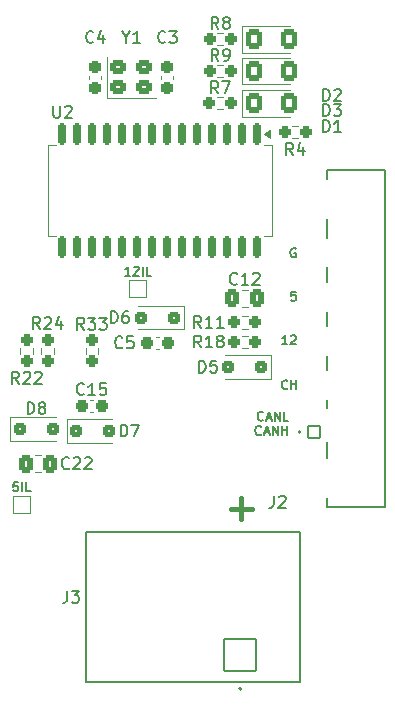
<source format=gto>
G04 #@! TF.GenerationSoftware,KiCad,Pcbnew,9.0.7*
G04 #@! TF.CreationDate,2026-01-28T01:05:41-05:00*
G04 #@! TF.ProjectId,rocket_power_board,726f636b-6574-45f7-906f-7765725f626f,rev?*
G04 #@! TF.SameCoordinates,Original*
G04 #@! TF.FileFunction,Legend,Top*
G04 #@! TF.FilePolarity,Positive*
%FSLAX46Y46*%
G04 Gerber Fmt 4.6, Leading zero omitted, Abs format (unit mm)*
G04 Created by KiCad (PCBNEW 9.0.7) date 2026-01-28 01:05:41*
%MOMM*%
%LPD*%
G01*
G04 APERTURE LIST*
G04 Aperture macros list*
%AMRoundRect*
0 Rectangle with rounded corners*
0 $1 Rounding radius*
0 $2 $3 $4 $5 $6 $7 $8 $9 X,Y pos of 4 corners*
0 Add a 4 corners polygon primitive as box body*
4,1,4,$2,$3,$4,$5,$6,$7,$8,$9,$2,$3,0*
0 Add four circle primitives for the rounded corners*
1,1,$1+$1,$2,$3*
1,1,$1+$1,$4,$5*
1,1,$1+$1,$6,$7*
1,1,$1+$1,$8,$9*
0 Add four rect primitives between the rounded corners*
20,1,$1+$1,$2,$3,$4,$5,0*
20,1,$1+$1,$4,$5,$6,$7,0*
20,1,$1+$1,$6,$7,$8,$9,0*
20,1,$1+$1,$8,$9,$2,$3,0*%
G04 Aperture macros list end*
%ADD10C,0.457200*%
%ADD11C,0.152400*%
%ADD12C,0.150000*%
%ADD13C,0.127000*%
%ADD14C,0.200000*%
%ADD15C,0.120000*%
%ADD16RoundRect,0.102000X1.371600X1.371600X-1.371600X1.371600X-1.371600X-1.371600X1.371600X-1.371600X0*%
%ADD17C,2.947200*%
%ADD18RoundRect,0.237500X-0.237500X0.250000X-0.237500X-0.250000X0.237500X-0.250000X0.237500X0.250000X0*%
%ADD19RoundRect,0.237500X-0.237500X0.300000X-0.237500X-0.300000X0.237500X-0.300000X0.237500X0.300000X0*%
%ADD20C,0.800000*%
%ADD21C,6.400000*%
%ADD22RoundRect,0.250000X-0.450000X-0.350000X0.450000X-0.350000X0.450000X0.350000X-0.450000X0.350000X0*%
%ADD23RoundRect,0.237500X0.237500X-0.300000X0.237500X0.300000X-0.237500X0.300000X-0.237500X-0.300000X0*%
%ADD24RoundRect,0.237500X0.250000X0.237500X-0.250000X0.237500X-0.250000X-0.237500X0.250000X-0.237500X0*%
%ADD25RoundRect,0.250000X0.300000X0.300000X-0.300000X0.300000X-0.300000X-0.300000X0.300000X-0.300000X0*%
%ADD26RoundRect,0.237500X0.300000X0.237500X-0.300000X0.237500X-0.300000X-0.237500X0.300000X-0.237500X0*%
%ADD27RoundRect,0.250000X-0.337500X-0.475000X0.337500X-0.475000X0.337500X0.475000X-0.337500X0.475000X0*%
%ADD28RoundRect,0.250001X-0.462499X-0.624999X0.462499X-0.624999X0.462499X0.624999X-0.462499X0.624999X0*%
%ADD29R,1.000000X1.000000*%
%ADD30RoundRect,0.250000X-0.300000X-0.300000X0.300000X-0.300000X0.300000X0.300000X-0.300000X0.300000X0*%
%ADD31RoundRect,0.237500X0.237500X-0.250000X0.237500X0.250000X-0.237500X0.250000X-0.237500X-0.250000X0*%
%ADD32RoundRect,0.150000X-0.150000X0.750000X-0.150000X-0.750000X0.150000X-0.750000X0.150000X0.750000X0*%
%ADD33C,2.550000*%
%ADD34RoundRect,0.102000X0.500000X-0.500000X0.500000X0.500000X-0.500000X0.500000X-0.500000X-0.500000X0*%
%ADD35C,1.204000*%
%ADD36C,2.379000*%
G04 APERTURE END LIST*
D10*
X219145074Y-89825605D02*
X220886789Y-89825605D01*
X220015931Y-90696462D02*
X220015931Y-88954747D01*
D11*
X223905480Y-75922590D02*
X223470051Y-75922590D01*
X223687766Y-75922590D02*
X223687766Y-75160590D01*
X223687766Y-75160590D02*
X223615194Y-75269447D01*
X223615194Y-75269447D02*
X223542623Y-75342019D01*
X223542623Y-75342019D02*
X223470051Y-75378305D01*
X224195765Y-75233162D02*
X224232051Y-75196876D01*
X224232051Y-75196876D02*
X224304623Y-75160590D01*
X224304623Y-75160590D02*
X224486051Y-75160590D01*
X224486051Y-75160590D02*
X224558623Y-75196876D01*
X224558623Y-75196876D02*
X224594908Y-75233162D01*
X224594908Y-75233162D02*
X224631194Y-75305733D01*
X224631194Y-75305733D02*
X224631194Y-75378305D01*
X224631194Y-75378305D02*
X224594908Y-75487162D01*
X224594908Y-75487162D02*
X224159480Y-75922590D01*
X224159480Y-75922590D02*
X224631194Y-75922590D01*
X224594908Y-67805476D02*
X224522337Y-67769190D01*
X224522337Y-67769190D02*
X224413479Y-67769190D01*
X224413479Y-67769190D02*
X224304622Y-67805476D01*
X224304622Y-67805476D02*
X224232051Y-67878047D01*
X224232051Y-67878047D02*
X224195765Y-67950619D01*
X224195765Y-67950619D02*
X224159479Y-68095762D01*
X224159479Y-68095762D02*
X224159479Y-68204619D01*
X224159479Y-68204619D02*
X224195765Y-68349762D01*
X224195765Y-68349762D02*
X224232051Y-68422333D01*
X224232051Y-68422333D02*
X224304622Y-68494905D01*
X224304622Y-68494905D02*
X224413479Y-68531190D01*
X224413479Y-68531190D02*
X224486051Y-68531190D01*
X224486051Y-68531190D02*
X224594908Y-68494905D01*
X224594908Y-68494905D02*
X224631194Y-68458619D01*
X224631194Y-68458619D02*
X224631194Y-68204619D01*
X224631194Y-68204619D02*
X224486051Y-68204619D01*
X223909108Y-79634619D02*
X223872822Y-79670905D01*
X223872822Y-79670905D02*
X223763965Y-79707190D01*
X223763965Y-79707190D02*
X223691393Y-79707190D01*
X223691393Y-79707190D02*
X223582536Y-79670905D01*
X223582536Y-79670905D02*
X223509965Y-79598333D01*
X223509965Y-79598333D02*
X223473679Y-79525762D01*
X223473679Y-79525762D02*
X223437393Y-79380619D01*
X223437393Y-79380619D02*
X223437393Y-79271762D01*
X223437393Y-79271762D02*
X223473679Y-79126619D01*
X223473679Y-79126619D02*
X223509965Y-79054047D01*
X223509965Y-79054047D02*
X223582536Y-78981476D01*
X223582536Y-78981476D02*
X223691393Y-78945190D01*
X223691393Y-78945190D02*
X223763965Y-78945190D01*
X223763965Y-78945190D02*
X223872822Y-78981476D01*
X223872822Y-78981476D02*
X223909108Y-79017762D01*
X224235679Y-79707190D02*
X224235679Y-78945190D01*
X224235679Y-79308047D02*
X224671108Y-79308047D01*
X224671108Y-79707190D02*
X224671108Y-78945190D01*
X224594908Y-71452190D02*
X224232051Y-71452190D01*
X224232051Y-71452190D02*
X224195765Y-71815047D01*
X224195765Y-71815047D02*
X224232051Y-71778762D01*
X224232051Y-71778762D02*
X224304623Y-71742476D01*
X224304623Y-71742476D02*
X224486051Y-71742476D01*
X224486051Y-71742476D02*
X224558623Y-71778762D01*
X224558623Y-71778762D02*
X224594908Y-71815047D01*
X224594908Y-71815047D02*
X224631194Y-71887619D01*
X224631194Y-71887619D02*
X224631194Y-72069047D01*
X224631194Y-72069047D02*
X224594908Y-72141619D01*
X224594908Y-72141619D02*
X224558623Y-72177905D01*
X224558623Y-72177905D02*
X224486051Y-72214190D01*
X224486051Y-72214190D02*
X224304623Y-72214190D01*
X224304623Y-72214190D02*
X224232051Y-72177905D01*
X224232051Y-72177905D02*
X224195765Y-72141619D01*
X221851708Y-82297831D02*
X221815422Y-82334117D01*
X221815422Y-82334117D02*
X221706565Y-82370402D01*
X221706565Y-82370402D02*
X221633993Y-82370402D01*
X221633993Y-82370402D02*
X221525136Y-82334117D01*
X221525136Y-82334117D02*
X221452565Y-82261545D01*
X221452565Y-82261545D02*
X221416279Y-82188974D01*
X221416279Y-82188974D02*
X221379993Y-82043831D01*
X221379993Y-82043831D02*
X221379993Y-81934974D01*
X221379993Y-81934974D02*
X221416279Y-81789831D01*
X221416279Y-81789831D02*
X221452565Y-81717259D01*
X221452565Y-81717259D02*
X221525136Y-81644688D01*
X221525136Y-81644688D02*
X221633993Y-81608402D01*
X221633993Y-81608402D02*
X221706565Y-81608402D01*
X221706565Y-81608402D02*
X221815422Y-81644688D01*
X221815422Y-81644688D02*
X221851708Y-81680974D01*
X222141993Y-82152688D02*
X222504851Y-82152688D01*
X222069422Y-82370402D02*
X222323422Y-81608402D01*
X222323422Y-81608402D02*
X222577422Y-82370402D01*
X222831422Y-82370402D02*
X222831422Y-81608402D01*
X222831422Y-81608402D02*
X223266851Y-82370402D01*
X223266851Y-82370402D02*
X223266851Y-81608402D01*
X223992565Y-82370402D02*
X223629708Y-82370402D01*
X223629708Y-82370402D02*
X223629708Y-81608402D01*
X221670279Y-83524608D02*
X221633993Y-83560894D01*
X221633993Y-83560894D02*
X221525136Y-83597179D01*
X221525136Y-83597179D02*
X221452564Y-83597179D01*
X221452564Y-83597179D02*
X221343707Y-83560894D01*
X221343707Y-83560894D02*
X221271136Y-83488322D01*
X221271136Y-83488322D02*
X221234850Y-83415751D01*
X221234850Y-83415751D02*
X221198564Y-83270608D01*
X221198564Y-83270608D02*
X221198564Y-83161751D01*
X221198564Y-83161751D02*
X221234850Y-83016608D01*
X221234850Y-83016608D02*
X221271136Y-82944036D01*
X221271136Y-82944036D02*
X221343707Y-82871465D01*
X221343707Y-82871465D02*
X221452564Y-82835179D01*
X221452564Y-82835179D02*
X221525136Y-82835179D01*
X221525136Y-82835179D02*
X221633993Y-82871465D01*
X221633993Y-82871465D02*
X221670279Y-82907751D01*
X221960564Y-83379465D02*
X222323422Y-83379465D01*
X221887993Y-83597179D02*
X222141993Y-82835179D01*
X222141993Y-82835179D02*
X222395993Y-83597179D01*
X222649993Y-83597179D02*
X222649993Y-82835179D01*
X222649993Y-82835179D02*
X223085422Y-83597179D01*
X223085422Y-83597179D02*
X223085422Y-82835179D01*
X223448279Y-83597179D02*
X223448279Y-82835179D01*
X223448279Y-83198036D02*
X223883708Y-83198036D01*
X223883708Y-83597179D02*
X223883708Y-82835179D01*
D12*
X205254266Y-96787619D02*
X205254266Y-97501904D01*
X205254266Y-97501904D02*
X205206647Y-97644761D01*
X205206647Y-97644761D02*
X205111409Y-97740000D01*
X205111409Y-97740000D02*
X204968552Y-97787619D01*
X204968552Y-97787619D02*
X204873314Y-97787619D01*
X205635219Y-96787619D02*
X206254266Y-96787619D01*
X206254266Y-96787619D02*
X205920933Y-97168571D01*
X205920933Y-97168571D02*
X206063790Y-97168571D01*
X206063790Y-97168571D02*
X206159028Y-97216190D01*
X206159028Y-97216190D02*
X206206647Y-97263809D01*
X206206647Y-97263809D02*
X206254266Y-97359047D01*
X206254266Y-97359047D02*
X206254266Y-97597142D01*
X206254266Y-97597142D02*
X206206647Y-97692380D01*
X206206647Y-97692380D02*
X206159028Y-97740000D01*
X206159028Y-97740000D02*
X206063790Y-97787619D01*
X206063790Y-97787619D02*
X205778076Y-97787619D01*
X205778076Y-97787619D02*
X205682838Y-97740000D01*
X205682838Y-97740000D02*
X205635219Y-97692380D01*
X202963542Y-74597419D02*
X202630209Y-74121228D01*
X202392114Y-74597419D02*
X202392114Y-73597419D01*
X202392114Y-73597419D02*
X202773066Y-73597419D01*
X202773066Y-73597419D02*
X202868304Y-73645038D01*
X202868304Y-73645038D02*
X202915923Y-73692657D01*
X202915923Y-73692657D02*
X202963542Y-73787895D01*
X202963542Y-73787895D02*
X202963542Y-73930752D01*
X202963542Y-73930752D02*
X202915923Y-74025990D01*
X202915923Y-74025990D02*
X202868304Y-74073609D01*
X202868304Y-74073609D02*
X202773066Y-74121228D01*
X202773066Y-74121228D02*
X202392114Y-74121228D01*
X203344495Y-73692657D02*
X203392114Y-73645038D01*
X203392114Y-73645038D02*
X203487352Y-73597419D01*
X203487352Y-73597419D02*
X203725447Y-73597419D01*
X203725447Y-73597419D02*
X203820685Y-73645038D01*
X203820685Y-73645038D02*
X203868304Y-73692657D01*
X203868304Y-73692657D02*
X203915923Y-73787895D01*
X203915923Y-73787895D02*
X203915923Y-73883133D01*
X203915923Y-73883133D02*
X203868304Y-74025990D01*
X203868304Y-74025990D02*
X203296876Y-74597419D01*
X203296876Y-74597419D02*
X203915923Y-74597419D01*
X204773066Y-73930752D02*
X204773066Y-74597419D01*
X204534971Y-73549800D02*
X204296876Y-74264085D01*
X204296876Y-74264085D02*
X204915923Y-74264085D01*
X207478333Y-50295980D02*
X207430714Y-50343600D01*
X207430714Y-50343600D02*
X207287857Y-50391219D01*
X207287857Y-50391219D02*
X207192619Y-50391219D01*
X207192619Y-50391219D02*
X207049762Y-50343600D01*
X207049762Y-50343600D02*
X206954524Y-50248361D01*
X206954524Y-50248361D02*
X206906905Y-50153123D01*
X206906905Y-50153123D02*
X206859286Y-49962647D01*
X206859286Y-49962647D02*
X206859286Y-49819790D01*
X206859286Y-49819790D02*
X206906905Y-49629314D01*
X206906905Y-49629314D02*
X206954524Y-49534076D01*
X206954524Y-49534076D02*
X207049762Y-49438838D01*
X207049762Y-49438838D02*
X207192619Y-49391219D01*
X207192619Y-49391219D02*
X207287857Y-49391219D01*
X207287857Y-49391219D02*
X207430714Y-49438838D01*
X207430714Y-49438838D02*
X207478333Y-49486457D01*
X208335476Y-49724552D02*
X208335476Y-50391219D01*
X208097381Y-49343600D02*
X207859286Y-50057885D01*
X207859286Y-50057885D02*
X208478333Y-50057885D01*
X210242209Y-49915028D02*
X210242209Y-50391219D01*
X209908876Y-49391219D02*
X210242209Y-49915028D01*
X210242209Y-49915028D02*
X210575542Y-49391219D01*
X211432685Y-50391219D02*
X210861257Y-50391219D01*
X211146971Y-50391219D02*
X211146971Y-49391219D01*
X211146971Y-49391219D02*
X211051733Y-49534076D01*
X211051733Y-49534076D02*
X210956495Y-49629314D01*
X210956495Y-49629314D02*
X210861257Y-49676933D01*
X213574333Y-50295980D02*
X213526714Y-50343600D01*
X213526714Y-50343600D02*
X213383857Y-50391219D01*
X213383857Y-50391219D02*
X213288619Y-50391219D01*
X213288619Y-50391219D02*
X213145762Y-50343600D01*
X213145762Y-50343600D02*
X213050524Y-50248361D01*
X213050524Y-50248361D02*
X213002905Y-50153123D01*
X213002905Y-50153123D02*
X212955286Y-49962647D01*
X212955286Y-49962647D02*
X212955286Y-49819790D01*
X212955286Y-49819790D02*
X213002905Y-49629314D01*
X213002905Y-49629314D02*
X213050524Y-49534076D01*
X213050524Y-49534076D02*
X213145762Y-49438838D01*
X213145762Y-49438838D02*
X213288619Y-49391219D01*
X213288619Y-49391219D02*
X213383857Y-49391219D01*
X213383857Y-49391219D02*
X213526714Y-49438838D01*
X213526714Y-49438838D02*
X213574333Y-49486457D01*
X213907667Y-49391219D02*
X214526714Y-49391219D01*
X214526714Y-49391219D02*
X214193381Y-49772171D01*
X214193381Y-49772171D02*
X214336238Y-49772171D01*
X214336238Y-49772171D02*
X214431476Y-49819790D01*
X214431476Y-49819790D02*
X214479095Y-49867409D01*
X214479095Y-49867409D02*
X214526714Y-49962647D01*
X214526714Y-49962647D02*
X214526714Y-50200742D01*
X214526714Y-50200742D02*
X214479095Y-50295980D01*
X214479095Y-50295980D02*
X214431476Y-50343600D01*
X214431476Y-50343600D02*
X214336238Y-50391219D01*
X214336238Y-50391219D02*
X214050524Y-50391219D01*
X214050524Y-50391219D02*
X213955286Y-50343600D01*
X213955286Y-50343600D02*
X213907667Y-50295980D01*
X216603342Y-76172219D02*
X216270009Y-75696028D01*
X216031914Y-76172219D02*
X216031914Y-75172219D01*
X216031914Y-75172219D02*
X216412866Y-75172219D01*
X216412866Y-75172219D02*
X216508104Y-75219838D01*
X216508104Y-75219838D02*
X216555723Y-75267457D01*
X216555723Y-75267457D02*
X216603342Y-75362695D01*
X216603342Y-75362695D02*
X216603342Y-75505552D01*
X216603342Y-75505552D02*
X216555723Y-75600790D01*
X216555723Y-75600790D02*
X216508104Y-75648409D01*
X216508104Y-75648409D02*
X216412866Y-75696028D01*
X216412866Y-75696028D02*
X216031914Y-75696028D01*
X217555723Y-76172219D02*
X216984295Y-76172219D01*
X217270009Y-76172219D02*
X217270009Y-75172219D01*
X217270009Y-75172219D02*
X217174771Y-75315076D01*
X217174771Y-75315076D02*
X217079533Y-75410314D01*
X217079533Y-75410314D02*
X216984295Y-75457933D01*
X218127152Y-75600790D02*
X218031914Y-75553171D01*
X218031914Y-75553171D02*
X217984295Y-75505552D01*
X217984295Y-75505552D02*
X217936676Y-75410314D01*
X217936676Y-75410314D02*
X217936676Y-75362695D01*
X217936676Y-75362695D02*
X217984295Y-75267457D01*
X217984295Y-75267457D02*
X218031914Y-75219838D01*
X218031914Y-75219838D02*
X218127152Y-75172219D01*
X218127152Y-75172219D02*
X218317628Y-75172219D01*
X218317628Y-75172219D02*
X218412866Y-75219838D01*
X218412866Y-75219838D02*
X218460485Y-75267457D01*
X218460485Y-75267457D02*
X218508104Y-75362695D01*
X218508104Y-75362695D02*
X218508104Y-75410314D01*
X218508104Y-75410314D02*
X218460485Y-75505552D01*
X218460485Y-75505552D02*
X218412866Y-75553171D01*
X218412866Y-75553171D02*
X218317628Y-75600790D01*
X218317628Y-75600790D02*
X218127152Y-75600790D01*
X218127152Y-75600790D02*
X218031914Y-75648409D01*
X218031914Y-75648409D02*
X217984295Y-75696028D01*
X217984295Y-75696028D02*
X217936676Y-75791266D01*
X217936676Y-75791266D02*
X217936676Y-75981742D01*
X217936676Y-75981742D02*
X217984295Y-76076980D01*
X217984295Y-76076980D02*
X218031914Y-76124600D01*
X218031914Y-76124600D02*
X218127152Y-76172219D01*
X218127152Y-76172219D02*
X218317628Y-76172219D01*
X218317628Y-76172219D02*
X218412866Y-76124600D01*
X218412866Y-76124600D02*
X218460485Y-76076980D01*
X218460485Y-76076980D02*
X218508104Y-75981742D01*
X218508104Y-75981742D02*
X218508104Y-75791266D01*
X218508104Y-75791266D02*
X218460485Y-75696028D01*
X218460485Y-75696028D02*
X218412866Y-75648409D01*
X218412866Y-75648409D02*
X218317628Y-75600790D01*
X208964305Y-74114819D02*
X208964305Y-73114819D01*
X208964305Y-73114819D02*
X209202400Y-73114819D01*
X209202400Y-73114819D02*
X209345257Y-73162438D01*
X209345257Y-73162438D02*
X209440495Y-73257676D01*
X209440495Y-73257676D02*
X209488114Y-73352914D01*
X209488114Y-73352914D02*
X209535733Y-73543390D01*
X209535733Y-73543390D02*
X209535733Y-73686247D01*
X209535733Y-73686247D02*
X209488114Y-73876723D01*
X209488114Y-73876723D02*
X209440495Y-73971961D01*
X209440495Y-73971961D02*
X209345257Y-74067200D01*
X209345257Y-74067200D02*
X209202400Y-74114819D01*
X209202400Y-74114819D02*
X208964305Y-74114819D01*
X210392876Y-73114819D02*
X210202400Y-73114819D01*
X210202400Y-73114819D02*
X210107162Y-73162438D01*
X210107162Y-73162438D02*
X210059543Y-73210057D01*
X210059543Y-73210057D02*
X209964305Y-73352914D01*
X209964305Y-73352914D02*
X209916686Y-73543390D01*
X209916686Y-73543390D02*
X209916686Y-73924342D01*
X209916686Y-73924342D02*
X209964305Y-74019580D01*
X209964305Y-74019580D02*
X210011924Y-74067200D01*
X210011924Y-74067200D02*
X210107162Y-74114819D01*
X210107162Y-74114819D02*
X210297638Y-74114819D01*
X210297638Y-74114819D02*
X210392876Y-74067200D01*
X210392876Y-74067200D02*
X210440495Y-74019580D01*
X210440495Y-74019580D02*
X210488114Y-73924342D01*
X210488114Y-73924342D02*
X210488114Y-73686247D01*
X210488114Y-73686247D02*
X210440495Y-73591009D01*
X210440495Y-73591009D02*
X210392876Y-73543390D01*
X210392876Y-73543390D02*
X210297638Y-73495771D01*
X210297638Y-73495771D02*
X210107162Y-73495771D01*
X210107162Y-73495771D02*
X210011924Y-73543390D01*
X210011924Y-73543390D02*
X209964305Y-73591009D01*
X209964305Y-73591009D02*
X209916686Y-73686247D01*
X206671942Y-80115580D02*
X206624323Y-80163200D01*
X206624323Y-80163200D02*
X206481466Y-80210819D01*
X206481466Y-80210819D02*
X206386228Y-80210819D01*
X206386228Y-80210819D02*
X206243371Y-80163200D01*
X206243371Y-80163200D02*
X206148133Y-80067961D01*
X206148133Y-80067961D02*
X206100514Y-79972723D01*
X206100514Y-79972723D02*
X206052895Y-79782247D01*
X206052895Y-79782247D02*
X206052895Y-79639390D01*
X206052895Y-79639390D02*
X206100514Y-79448914D01*
X206100514Y-79448914D02*
X206148133Y-79353676D01*
X206148133Y-79353676D02*
X206243371Y-79258438D01*
X206243371Y-79258438D02*
X206386228Y-79210819D01*
X206386228Y-79210819D02*
X206481466Y-79210819D01*
X206481466Y-79210819D02*
X206624323Y-79258438D01*
X206624323Y-79258438D02*
X206671942Y-79306057D01*
X207624323Y-80210819D02*
X207052895Y-80210819D01*
X207338609Y-80210819D02*
X207338609Y-79210819D01*
X207338609Y-79210819D02*
X207243371Y-79353676D01*
X207243371Y-79353676D02*
X207148133Y-79448914D01*
X207148133Y-79448914D02*
X207052895Y-79496533D01*
X208529085Y-79210819D02*
X208052895Y-79210819D01*
X208052895Y-79210819D02*
X208005276Y-79687009D01*
X208005276Y-79687009D02*
X208052895Y-79639390D01*
X208052895Y-79639390D02*
X208148133Y-79591771D01*
X208148133Y-79591771D02*
X208386228Y-79591771D01*
X208386228Y-79591771D02*
X208481466Y-79639390D01*
X208481466Y-79639390D02*
X208529085Y-79687009D01*
X208529085Y-79687009D02*
X208576704Y-79782247D01*
X208576704Y-79782247D02*
X208576704Y-80020342D01*
X208576704Y-80020342D02*
X208529085Y-80115580D01*
X208529085Y-80115580D02*
X208481466Y-80163200D01*
X208481466Y-80163200D02*
X208386228Y-80210819D01*
X208386228Y-80210819D02*
X208148133Y-80210819D01*
X208148133Y-80210819D02*
X208052895Y-80163200D01*
X208052895Y-80163200D02*
X208005276Y-80115580D01*
X219651342Y-70768380D02*
X219603723Y-70816000D01*
X219603723Y-70816000D02*
X219460866Y-70863619D01*
X219460866Y-70863619D02*
X219365628Y-70863619D01*
X219365628Y-70863619D02*
X219222771Y-70816000D01*
X219222771Y-70816000D02*
X219127533Y-70720761D01*
X219127533Y-70720761D02*
X219079914Y-70625523D01*
X219079914Y-70625523D02*
X219032295Y-70435047D01*
X219032295Y-70435047D02*
X219032295Y-70292190D01*
X219032295Y-70292190D02*
X219079914Y-70101714D01*
X219079914Y-70101714D02*
X219127533Y-70006476D01*
X219127533Y-70006476D02*
X219222771Y-69911238D01*
X219222771Y-69911238D02*
X219365628Y-69863619D01*
X219365628Y-69863619D02*
X219460866Y-69863619D01*
X219460866Y-69863619D02*
X219603723Y-69911238D01*
X219603723Y-69911238D02*
X219651342Y-69958857D01*
X220603723Y-70863619D02*
X220032295Y-70863619D01*
X220318009Y-70863619D02*
X220318009Y-69863619D01*
X220318009Y-69863619D02*
X220222771Y-70006476D01*
X220222771Y-70006476D02*
X220127533Y-70101714D01*
X220127533Y-70101714D02*
X220032295Y-70149333D01*
X220984676Y-69958857D02*
X221032295Y-69911238D01*
X221032295Y-69911238D02*
X221127533Y-69863619D01*
X221127533Y-69863619D02*
X221365628Y-69863619D01*
X221365628Y-69863619D02*
X221460866Y-69911238D01*
X221460866Y-69911238D02*
X221508485Y-69958857D01*
X221508485Y-69958857D02*
X221556104Y-70054095D01*
X221556104Y-70054095D02*
X221556104Y-70149333D01*
X221556104Y-70149333D02*
X221508485Y-70292190D01*
X221508485Y-70292190D02*
X220937057Y-70863619D01*
X220937057Y-70863619D02*
X221556104Y-70863619D01*
X226922105Y-55318819D02*
X226922105Y-54318819D01*
X226922105Y-54318819D02*
X227160200Y-54318819D01*
X227160200Y-54318819D02*
X227303057Y-54366438D01*
X227303057Y-54366438D02*
X227398295Y-54461676D01*
X227398295Y-54461676D02*
X227445914Y-54556914D01*
X227445914Y-54556914D02*
X227493533Y-54747390D01*
X227493533Y-54747390D02*
X227493533Y-54890247D01*
X227493533Y-54890247D02*
X227445914Y-55080723D01*
X227445914Y-55080723D02*
X227398295Y-55175961D01*
X227398295Y-55175961D02*
X227303057Y-55271200D01*
X227303057Y-55271200D02*
X227160200Y-55318819D01*
X227160200Y-55318819D02*
X226922105Y-55318819D01*
X227874486Y-54414057D02*
X227922105Y-54366438D01*
X227922105Y-54366438D02*
X228017343Y-54318819D01*
X228017343Y-54318819D02*
X228255438Y-54318819D01*
X228255438Y-54318819D02*
X228350676Y-54366438D01*
X228350676Y-54366438D02*
X228398295Y-54414057D01*
X228398295Y-54414057D02*
X228445914Y-54509295D01*
X228445914Y-54509295D02*
X228445914Y-54604533D01*
X228445914Y-54604533D02*
X228398295Y-54747390D01*
X228398295Y-54747390D02*
X227826867Y-55318819D01*
X227826867Y-55318819D02*
X228445914Y-55318819D01*
X201185542Y-79245619D02*
X200852209Y-78769428D01*
X200614114Y-79245619D02*
X200614114Y-78245619D01*
X200614114Y-78245619D02*
X200995066Y-78245619D01*
X200995066Y-78245619D02*
X201090304Y-78293238D01*
X201090304Y-78293238D02*
X201137923Y-78340857D01*
X201137923Y-78340857D02*
X201185542Y-78436095D01*
X201185542Y-78436095D02*
X201185542Y-78578952D01*
X201185542Y-78578952D02*
X201137923Y-78674190D01*
X201137923Y-78674190D02*
X201090304Y-78721809D01*
X201090304Y-78721809D02*
X200995066Y-78769428D01*
X200995066Y-78769428D02*
X200614114Y-78769428D01*
X201566495Y-78340857D02*
X201614114Y-78293238D01*
X201614114Y-78293238D02*
X201709352Y-78245619D01*
X201709352Y-78245619D02*
X201947447Y-78245619D01*
X201947447Y-78245619D02*
X202042685Y-78293238D01*
X202042685Y-78293238D02*
X202090304Y-78340857D01*
X202090304Y-78340857D02*
X202137923Y-78436095D01*
X202137923Y-78436095D02*
X202137923Y-78531333D01*
X202137923Y-78531333D02*
X202090304Y-78674190D01*
X202090304Y-78674190D02*
X201518876Y-79245619D01*
X201518876Y-79245619D02*
X202137923Y-79245619D01*
X202518876Y-78340857D02*
X202566495Y-78293238D01*
X202566495Y-78293238D02*
X202661733Y-78245619D01*
X202661733Y-78245619D02*
X202899828Y-78245619D01*
X202899828Y-78245619D02*
X202995066Y-78293238D01*
X202995066Y-78293238D02*
X203042685Y-78340857D01*
X203042685Y-78340857D02*
X203090304Y-78436095D01*
X203090304Y-78436095D02*
X203090304Y-78531333D01*
X203090304Y-78531333D02*
X203042685Y-78674190D01*
X203042685Y-78674190D02*
X202471257Y-79245619D01*
X202471257Y-79245619D02*
X203090304Y-79245619D01*
X209936133Y-76153180D02*
X209888514Y-76200800D01*
X209888514Y-76200800D02*
X209745657Y-76248419D01*
X209745657Y-76248419D02*
X209650419Y-76248419D01*
X209650419Y-76248419D02*
X209507562Y-76200800D01*
X209507562Y-76200800D02*
X209412324Y-76105561D01*
X209412324Y-76105561D02*
X209364705Y-76010323D01*
X209364705Y-76010323D02*
X209317086Y-75819847D01*
X209317086Y-75819847D02*
X209317086Y-75676990D01*
X209317086Y-75676990D02*
X209364705Y-75486514D01*
X209364705Y-75486514D02*
X209412324Y-75391276D01*
X209412324Y-75391276D02*
X209507562Y-75296038D01*
X209507562Y-75296038D02*
X209650419Y-75248419D01*
X209650419Y-75248419D02*
X209745657Y-75248419D01*
X209745657Y-75248419D02*
X209888514Y-75296038D01*
X209888514Y-75296038D02*
X209936133Y-75343657D01*
X210840895Y-75248419D02*
X210364705Y-75248419D01*
X210364705Y-75248419D02*
X210317086Y-75724609D01*
X210317086Y-75724609D02*
X210364705Y-75676990D01*
X210364705Y-75676990D02*
X210459943Y-75629371D01*
X210459943Y-75629371D02*
X210698038Y-75629371D01*
X210698038Y-75629371D02*
X210793276Y-75676990D01*
X210793276Y-75676990D02*
X210840895Y-75724609D01*
X210840895Y-75724609D02*
X210888514Y-75819847D01*
X210888514Y-75819847D02*
X210888514Y-76057942D01*
X210888514Y-76057942D02*
X210840895Y-76153180D01*
X210840895Y-76153180D02*
X210793276Y-76200800D01*
X210793276Y-76200800D02*
X210698038Y-76248419D01*
X210698038Y-76248419D02*
X210459943Y-76248419D01*
X210459943Y-76248419D02*
X210364705Y-76200800D01*
X210364705Y-76200800D02*
X210317086Y-76153180D01*
X218070133Y-49222819D02*
X217736800Y-48746628D01*
X217498705Y-49222819D02*
X217498705Y-48222819D01*
X217498705Y-48222819D02*
X217879657Y-48222819D01*
X217879657Y-48222819D02*
X217974895Y-48270438D01*
X217974895Y-48270438D02*
X218022514Y-48318057D01*
X218022514Y-48318057D02*
X218070133Y-48413295D01*
X218070133Y-48413295D02*
X218070133Y-48556152D01*
X218070133Y-48556152D02*
X218022514Y-48651390D01*
X218022514Y-48651390D02*
X217974895Y-48699009D01*
X217974895Y-48699009D02*
X217879657Y-48746628D01*
X217879657Y-48746628D02*
X217498705Y-48746628D01*
X218641562Y-48651390D02*
X218546324Y-48603771D01*
X218546324Y-48603771D02*
X218498705Y-48556152D01*
X218498705Y-48556152D02*
X218451086Y-48460914D01*
X218451086Y-48460914D02*
X218451086Y-48413295D01*
X218451086Y-48413295D02*
X218498705Y-48318057D01*
X218498705Y-48318057D02*
X218546324Y-48270438D01*
X218546324Y-48270438D02*
X218641562Y-48222819D01*
X218641562Y-48222819D02*
X218832038Y-48222819D01*
X218832038Y-48222819D02*
X218927276Y-48270438D01*
X218927276Y-48270438D02*
X218974895Y-48318057D01*
X218974895Y-48318057D02*
X219022514Y-48413295D01*
X219022514Y-48413295D02*
X219022514Y-48460914D01*
X219022514Y-48460914D02*
X218974895Y-48556152D01*
X218974895Y-48556152D02*
X218927276Y-48603771D01*
X218927276Y-48603771D02*
X218832038Y-48651390D01*
X218832038Y-48651390D02*
X218641562Y-48651390D01*
X218641562Y-48651390D02*
X218546324Y-48699009D01*
X218546324Y-48699009D02*
X218498705Y-48746628D01*
X218498705Y-48746628D02*
X218451086Y-48841866D01*
X218451086Y-48841866D02*
X218451086Y-49032342D01*
X218451086Y-49032342D02*
X218498705Y-49127580D01*
X218498705Y-49127580D02*
X218546324Y-49175200D01*
X218546324Y-49175200D02*
X218641562Y-49222819D01*
X218641562Y-49222819D02*
X218832038Y-49222819D01*
X218832038Y-49222819D02*
X218927276Y-49175200D01*
X218927276Y-49175200D02*
X218974895Y-49127580D01*
X218974895Y-49127580D02*
X219022514Y-49032342D01*
X219022514Y-49032342D02*
X219022514Y-48841866D01*
X219022514Y-48841866D02*
X218974895Y-48746628D01*
X218974895Y-48746628D02*
X218927276Y-48699009D01*
X218927276Y-48699009D02*
X218832038Y-48651390D01*
D11*
X201088171Y-87593390D02*
X200725314Y-87593390D01*
X200725314Y-87593390D02*
X200689028Y-87956247D01*
X200689028Y-87956247D02*
X200725314Y-87919962D01*
X200725314Y-87919962D02*
X200797886Y-87883676D01*
X200797886Y-87883676D02*
X200979314Y-87883676D01*
X200979314Y-87883676D02*
X201051886Y-87919962D01*
X201051886Y-87919962D02*
X201088171Y-87956247D01*
X201088171Y-87956247D02*
X201124457Y-88028819D01*
X201124457Y-88028819D02*
X201124457Y-88210247D01*
X201124457Y-88210247D02*
X201088171Y-88282819D01*
X201088171Y-88282819D02*
X201051886Y-88319105D01*
X201051886Y-88319105D02*
X200979314Y-88355390D01*
X200979314Y-88355390D02*
X200797886Y-88355390D01*
X200797886Y-88355390D02*
X200725314Y-88319105D01*
X200725314Y-88319105D02*
X200689028Y-88282819D01*
X201451028Y-88355390D02*
X201451028Y-87593390D01*
X202176742Y-88355390D02*
X201813885Y-88355390D01*
X201813885Y-88355390D02*
X201813885Y-87593390D01*
D12*
X216406505Y-78305819D02*
X216406505Y-77305819D01*
X216406505Y-77305819D02*
X216644600Y-77305819D01*
X216644600Y-77305819D02*
X216787457Y-77353438D01*
X216787457Y-77353438D02*
X216882695Y-77448676D01*
X216882695Y-77448676D02*
X216930314Y-77543914D01*
X216930314Y-77543914D02*
X216977933Y-77734390D01*
X216977933Y-77734390D02*
X216977933Y-77877247D01*
X216977933Y-77877247D02*
X216930314Y-78067723D01*
X216930314Y-78067723D02*
X216882695Y-78162961D01*
X216882695Y-78162961D02*
X216787457Y-78258200D01*
X216787457Y-78258200D02*
X216644600Y-78305819D01*
X216644600Y-78305819D02*
X216406505Y-78305819D01*
X217882695Y-77305819D02*
X217406505Y-77305819D01*
X217406505Y-77305819D02*
X217358886Y-77782009D01*
X217358886Y-77782009D02*
X217406505Y-77734390D01*
X217406505Y-77734390D02*
X217501743Y-77686771D01*
X217501743Y-77686771D02*
X217739838Y-77686771D01*
X217739838Y-77686771D02*
X217835076Y-77734390D01*
X217835076Y-77734390D02*
X217882695Y-77782009D01*
X217882695Y-77782009D02*
X217930314Y-77877247D01*
X217930314Y-77877247D02*
X217930314Y-78115342D01*
X217930314Y-78115342D02*
X217882695Y-78210580D01*
X217882695Y-78210580D02*
X217835076Y-78258200D01*
X217835076Y-78258200D02*
X217739838Y-78305819D01*
X217739838Y-78305819D02*
X217501743Y-78305819D01*
X217501743Y-78305819D02*
X217406505Y-78258200D01*
X217406505Y-78258200D02*
X217358886Y-78210580D01*
X216603342Y-74521219D02*
X216270009Y-74045028D01*
X216031914Y-74521219D02*
X216031914Y-73521219D01*
X216031914Y-73521219D02*
X216412866Y-73521219D01*
X216412866Y-73521219D02*
X216508104Y-73568838D01*
X216508104Y-73568838D02*
X216555723Y-73616457D01*
X216555723Y-73616457D02*
X216603342Y-73711695D01*
X216603342Y-73711695D02*
X216603342Y-73854552D01*
X216603342Y-73854552D02*
X216555723Y-73949790D01*
X216555723Y-73949790D02*
X216508104Y-73997409D01*
X216508104Y-73997409D02*
X216412866Y-74045028D01*
X216412866Y-74045028D02*
X216031914Y-74045028D01*
X217555723Y-74521219D02*
X216984295Y-74521219D01*
X217270009Y-74521219D02*
X217270009Y-73521219D01*
X217270009Y-73521219D02*
X217174771Y-73664076D01*
X217174771Y-73664076D02*
X217079533Y-73759314D01*
X217079533Y-73759314D02*
X216984295Y-73806933D01*
X218508104Y-74521219D02*
X217936676Y-74521219D01*
X218222390Y-74521219D02*
X218222390Y-73521219D01*
X218222390Y-73521219D02*
X218127152Y-73664076D01*
X218127152Y-73664076D02*
X218031914Y-73759314D01*
X218031914Y-73759314D02*
X217936676Y-73806933D01*
X201903105Y-81811019D02*
X201903105Y-80811019D01*
X201903105Y-80811019D02*
X202141200Y-80811019D01*
X202141200Y-80811019D02*
X202284057Y-80858638D01*
X202284057Y-80858638D02*
X202379295Y-80953876D01*
X202379295Y-80953876D02*
X202426914Y-81049114D01*
X202426914Y-81049114D02*
X202474533Y-81239590D01*
X202474533Y-81239590D02*
X202474533Y-81382447D01*
X202474533Y-81382447D02*
X202426914Y-81572923D01*
X202426914Y-81572923D02*
X202379295Y-81668161D01*
X202379295Y-81668161D02*
X202284057Y-81763400D01*
X202284057Y-81763400D02*
X202141200Y-81811019D01*
X202141200Y-81811019D02*
X201903105Y-81811019D01*
X203045962Y-81239590D02*
X202950724Y-81191971D01*
X202950724Y-81191971D02*
X202903105Y-81144352D01*
X202903105Y-81144352D02*
X202855486Y-81049114D01*
X202855486Y-81049114D02*
X202855486Y-81001495D01*
X202855486Y-81001495D02*
X202903105Y-80906257D01*
X202903105Y-80906257D02*
X202950724Y-80858638D01*
X202950724Y-80858638D02*
X203045962Y-80811019D01*
X203045962Y-80811019D02*
X203236438Y-80811019D01*
X203236438Y-80811019D02*
X203331676Y-80858638D01*
X203331676Y-80858638D02*
X203379295Y-80906257D01*
X203379295Y-80906257D02*
X203426914Y-81001495D01*
X203426914Y-81001495D02*
X203426914Y-81049114D01*
X203426914Y-81049114D02*
X203379295Y-81144352D01*
X203379295Y-81144352D02*
X203331676Y-81191971D01*
X203331676Y-81191971D02*
X203236438Y-81239590D01*
X203236438Y-81239590D02*
X203045962Y-81239590D01*
X203045962Y-81239590D02*
X202950724Y-81287209D01*
X202950724Y-81287209D02*
X202903105Y-81334828D01*
X202903105Y-81334828D02*
X202855486Y-81430066D01*
X202855486Y-81430066D02*
X202855486Y-81620542D01*
X202855486Y-81620542D02*
X202903105Y-81715780D01*
X202903105Y-81715780D02*
X202950724Y-81763400D01*
X202950724Y-81763400D02*
X203045962Y-81811019D01*
X203045962Y-81811019D02*
X203236438Y-81811019D01*
X203236438Y-81811019D02*
X203331676Y-81763400D01*
X203331676Y-81763400D02*
X203379295Y-81715780D01*
X203379295Y-81715780D02*
X203426914Y-81620542D01*
X203426914Y-81620542D02*
X203426914Y-81430066D01*
X203426914Y-81430066D02*
X203379295Y-81334828D01*
X203379295Y-81334828D02*
X203331676Y-81287209D01*
X203331676Y-81287209D02*
X203236438Y-81239590D01*
X206697342Y-74673619D02*
X206364009Y-74197428D01*
X206125914Y-74673619D02*
X206125914Y-73673619D01*
X206125914Y-73673619D02*
X206506866Y-73673619D01*
X206506866Y-73673619D02*
X206602104Y-73721238D01*
X206602104Y-73721238D02*
X206649723Y-73768857D01*
X206649723Y-73768857D02*
X206697342Y-73864095D01*
X206697342Y-73864095D02*
X206697342Y-74006952D01*
X206697342Y-74006952D02*
X206649723Y-74102190D01*
X206649723Y-74102190D02*
X206602104Y-74149809D01*
X206602104Y-74149809D02*
X206506866Y-74197428D01*
X206506866Y-74197428D02*
X206125914Y-74197428D01*
X207030676Y-73673619D02*
X207649723Y-73673619D01*
X207649723Y-73673619D02*
X207316390Y-74054571D01*
X207316390Y-74054571D02*
X207459247Y-74054571D01*
X207459247Y-74054571D02*
X207554485Y-74102190D01*
X207554485Y-74102190D02*
X207602104Y-74149809D01*
X207602104Y-74149809D02*
X207649723Y-74245047D01*
X207649723Y-74245047D02*
X207649723Y-74483142D01*
X207649723Y-74483142D02*
X207602104Y-74578380D01*
X207602104Y-74578380D02*
X207554485Y-74626000D01*
X207554485Y-74626000D02*
X207459247Y-74673619D01*
X207459247Y-74673619D02*
X207173533Y-74673619D01*
X207173533Y-74673619D02*
X207078295Y-74626000D01*
X207078295Y-74626000D02*
X207030676Y-74578380D01*
X207983057Y-73673619D02*
X208602104Y-73673619D01*
X208602104Y-73673619D02*
X208268771Y-74054571D01*
X208268771Y-74054571D02*
X208411628Y-74054571D01*
X208411628Y-74054571D02*
X208506866Y-74102190D01*
X208506866Y-74102190D02*
X208554485Y-74149809D01*
X208554485Y-74149809D02*
X208602104Y-74245047D01*
X208602104Y-74245047D02*
X208602104Y-74483142D01*
X208602104Y-74483142D02*
X208554485Y-74578380D01*
X208554485Y-74578380D02*
X208506866Y-74626000D01*
X208506866Y-74626000D02*
X208411628Y-74673619D01*
X208411628Y-74673619D02*
X208125914Y-74673619D01*
X208125914Y-74673619D02*
X208030676Y-74626000D01*
X208030676Y-74626000D02*
X207983057Y-74578380D01*
X204089095Y-55715819D02*
X204089095Y-56525342D01*
X204089095Y-56525342D02*
X204136714Y-56620580D01*
X204136714Y-56620580D02*
X204184333Y-56668200D01*
X204184333Y-56668200D02*
X204279571Y-56715819D01*
X204279571Y-56715819D02*
X204470047Y-56715819D01*
X204470047Y-56715819D02*
X204565285Y-56668200D01*
X204565285Y-56668200D02*
X204612904Y-56620580D01*
X204612904Y-56620580D02*
X204660523Y-56525342D01*
X204660523Y-56525342D02*
X204660523Y-55715819D01*
X205089095Y-55811057D02*
X205136714Y-55763438D01*
X205136714Y-55763438D02*
X205231952Y-55715819D01*
X205231952Y-55715819D02*
X205470047Y-55715819D01*
X205470047Y-55715819D02*
X205565285Y-55763438D01*
X205565285Y-55763438D02*
X205612904Y-55811057D01*
X205612904Y-55811057D02*
X205660523Y-55906295D01*
X205660523Y-55906295D02*
X205660523Y-56001533D01*
X205660523Y-56001533D02*
X205612904Y-56144390D01*
X205612904Y-56144390D02*
X205041476Y-56715819D01*
X205041476Y-56715819D02*
X205660523Y-56715819D01*
X226922105Y-56588819D02*
X226922105Y-55588819D01*
X226922105Y-55588819D02*
X227160200Y-55588819D01*
X227160200Y-55588819D02*
X227303057Y-55636438D01*
X227303057Y-55636438D02*
X227398295Y-55731676D01*
X227398295Y-55731676D02*
X227445914Y-55826914D01*
X227445914Y-55826914D02*
X227493533Y-56017390D01*
X227493533Y-56017390D02*
X227493533Y-56160247D01*
X227493533Y-56160247D02*
X227445914Y-56350723D01*
X227445914Y-56350723D02*
X227398295Y-56445961D01*
X227398295Y-56445961D02*
X227303057Y-56541200D01*
X227303057Y-56541200D02*
X227160200Y-56588819D01*
X227160200Y-56588819D02*
X226922105Y-56588819D01*
X227826867Y-55588819D02*
X228445914Y-55588819D01*
X228445914Y-55588819D02*
X228112581Y-55969771D01*
X228112581Y-55969771D02*
X228255438Y-55969771D01*
X228255438Y-55969771D02*
X228350676Y-56017390D01*
X228350676Y-56017390D02*
X228398295Y-56065009D01*
X228398295Y-56065009D02*
X228445914Y-56160247D01*
X228445914Y-56160247D02*
X228445914Y-56398342D01*
X228445914Y-56398342D02*
X228398295Y-56493580D01*
X228398295Y-56493580D02*
X228350676Y-56541200D01*
X228350676Y-56541200D02*
X228255438Y-56588819D01*
X228255438Y-56588819D02*
X227969724Y-56588819D01*
X227969724Y-56588819D02*
X227874486Y-56541200D01*
X227874486Y-56541200D02*
X227826867Y-56493580D01*
X218044733Y-54658419D02*
X217711400Y-54182228D01*
X217473305Y-54658419D02*
X217473305Y-53658419D01*
X217473305Y-53658419D02*
X217854257Y-53658419D01*
X217854257Y-53658419D02*
X217949495Y-53706038D01*
X217949495Y-53706038D02*
X217997114Y-53753657D01*
X217997114Y-53753657D02*
X218044733Y-53848895D01*
X218044733Y-53848895D02*
X218044733Y-53991752D01*
X218044733Y-53991752D02*
X217997114Y-54086990D01*
X217997114Y-54086990D02*
X217949495Y-54134609D01*
X217949495Y-54134609D02*
X217854257Y-54182228D01*
X217854257Y-54182228D02*
X217473305Y-54182228D01*
X218378067Y-53658419D02*
X219044733Y-53658419D01*
X219044733Y-53658419D02*
X218616162Y-54658419D01*
X209777105Y-83716019D02*
X209777105Y-82716019D01*
X209777105Y-82716019D02*
X210015200Y-82716019D01*
X210015200Y-82716019D02*
X210158057Y-82763638D01*
X210158057Y-82763638D02*
X210253295Y-82858876D01*
X210253295Y-82858876D02*
X210300914Y-82954114D01*
X210300914Y-82954114D02*
X210348533Y-83144590D01*
X210348533Y-83144590D02*
X210348533Y-83287447D01*
X210348533Y-83287447D02*
X210300914Y-83477923D01*
X210300914Y-83477923D02*
X210253295Y-83573161D01*
X210253295Y-83573161D02*
X210158057Y-83668400D01*
X210158057Y-83668400D02*
X210015200Y-83716019D01*
X210015200Y-83716019D02*
X209777105Y-83716019D01*
X210681867Y-82716019D02*
X211348533Y-82716019D01*
X211348533Y-82716019D02*
X210919962Y-83716019D01*
D11*
X210591400Y-70092790D02*
X210155971Y-70092790D01*
X210373686Y-70092790D02*
X210373686Y-69330790D01*
X210373686Y-69330790D02*
X210301114Y-69439647D01*
X210301114Y-69439647D02*
X210228543Y-69512219D01*
X210228543Y-69512219D02*
X210155971Y-69548505D01*
X210881685Y-69403362D02*
X210917971Y-69367076D01*
X210917971Y-69367076D02*
X210990543Y-69330790D01*
X210990543Y-69330790D02*
X211171971Y-69330790D01*
X211171971Y-69330790D02*
X211244543Y-69367076D01*
X211244543Y-69367076D02*
X211280828Y-69403362D01*
X211280828Y-69403362D02*
X211317114Y-69475933D01*
X211317114Y-69475933D02*
X211317114Y-69548505D01*
X211317114Y-69548505D02*
X211280828Y-69657362D01*
X211280828Y-69657362D02*
X210845400Y-70092790D01*
X210845400Y-70092790D02*
X211317114Y-70092790D01*
X211643685Y-70092790D02*
X211643685Y-69330790D01*
X212369399Y-70092790D02*
X212006542Y-70092790D01*
X212006542Y-70092790D02*
X212006542Y-69330790D01*
D12*
X218070133Y-51915219D02*
X217736800Y-51439028D01*
X217498705Y-51915219D02*
X217498705Y-50915219D01*
X217498705Y-50915219D02*
X217879657Y-50915219D01*
X217879657Y-50915219D02*
X217974895Y-50962838D01*
X217974895Y-50962838D02*
X218022514Y-51010457D01*
X218022514Y-51010457D02*
X218070133Y-51105695D01*
X218070133Y-51105695D02*
X218070133Y-51248552D01*
X218070133Y-51248552D02*
X218022514Y-51343790D01*
X218022514Y-51343790D02*
X217974895Y-51391409D01*
X217974895Y-51391409D02*
X217879657Y-51439028D01*
X217879657Y-51439028D02*
X217498705Y-51439028D01*
X218546324Y-51915219D02*
X218736800Y-51915219D01*
X218736800Y-51915219D02*
X218832038Y-51867600D01*
X218832038Y-51867600D02*
X218879657Y-51819980D01*
X218879657Y-51819980D02*
X218974895Y-51677123D01*
X218974895Y-51677123D02*
X219022514Y-51486647D01*
X219022514Y-51486647D02*
X219022514Y-51105695D01*
X219022514Y-51105695D02*
X218974895Y-51010457D01*
X218974895Y-51010457D02*
X218927276Y-50962838D01*
X218927276Y-50962838D02*
X218832038Y-50915219D01*
X218832038Y-50915219D02*
X218641562Y-50915219D01*
X218641562Y-50915219D02*
X218546324Y-50962838D01*
X218546324Y-50962838D02*
X218498705Y-51010457D01*
X218498705Y-51010457D02*
X218451086Y-51105695D01*
X218451086Y-51105695D02*
X218451086Y-51343790D01*
X218451086Y-51343790D02*
X218498705Y-51439028D01*
X218498705Y-51439028D02*
X218546324Y-51486647D01*
X218546324Y-51486647D02*
X218641562Y-51534266D01*
X218641562Y-51534266D02*
X218832038Y-51534266D01*
X218832038Y-51534266D02*
X218927276Y-51486647D01*
X218927276Y-51486647D02*
X218974895Y-51439028D01*
X218974895Y-51439028D02*
X219022514Y-51343790D01*
X222765266Y-88748819D02*
X222765266Y-89463104D01*
X222765266Y-89463104D02*
X222717647Y-89605961D01*
X222717647Y-89605961D02*
X222622409Y-89701200D01*
X222622409Y-89701200D02*
X222479552Y-89748819D01*
X222479552Y-89748819D02*
X222384314Y-89748819D01*
X223193838Y-88844057D02*
X223241457Y-88796438D01*
X223241457Y-88796438D02*
X223336695Y-88748819D01*
X223336695Y-88748819D02*
X223574790Y-88748819D01*
X223574790Y-88748819D02*
X223670028Y-88796438D01*
X223670028Y-88796438D02*
X223717647Y-88844057D01*
X223717647Y-88844057D02*
X223765266Y-88939295D01*
X223765266Y-88939295D02*
X223765266Y-89034533D01*
X223765266Y-89034533D02*
X223717647Y-89177390D01*
X223717647Y-89177390D02*
X223146219Y-89748819D01*
X223146219Y-89748819D02*
X223765266Y-89748819D01*
X205427342Y-86389380D02*
X205379723Y-86437000D01*
X205379723Y-86437000D02*
X205236866Y-86484619D01*
X205236866Y-86484619D02*
X205141628Y-86484619D01*
X205141628Y-86484619D02*
X204998771Y-86437000D01*
X204998771Y-86437000D02*
X204903533Y-86341761D01*
X204903533Y-86341761D02*
X204855914Y-86246523D01*
X204855914Y-86246523D02*
X204808295Y-86056047D01*
X204808295Y-86056047D02*
X204808295Y-85913190D01*
X204808295Y-85913190D02*
X204855914Y-85722714D01*
X204855914Y-85722714D02*
X204903533Y-85627476D01*
X204903533Y-85627476D02*
X204998771Y-85532238D01*
X204998771Y-85532238D02*
X205141628Y-85484619D01*
X205141628Y-85484619D02*
X205236866Y-85484619D01*
X205236866Y-85484619D02*
X205379723Y-85532238D01*
X205379723Y-85532238D02*
X205427342Y-85579857D01*
X205808295Y-85579857D02*
X205855914Y-85532238D01*
X205855914Y-85532238D02*
X205951152Y-85484619D01*
X205951152Y-85484619D02*
X206189247Y-85484619D01*
X206189247Y-85484619D02*
X206284485Y-85532238D01*
X206284485Y-85532238D02*
X206332104Y-85579857D01*
X206332104Y-85579857D02*
X206379723Y-85675095D01*
X206379723Y-85675095D02*
X206379723Y-85770333D01*
X206379723Y-85770333D02*
X206332104Y-85913190D01*
X206332104Y-85913190D02*
X205760676Y-86484619D01*
X205760676Y-86484619D02*
X206379723Y-86484619D01*
X206760676Y-85579857D02*
X206808295Y-85532238D01*
X206808295Y-85532238D02*
X206903533Y-85484619D01*
X206903533Y-85484619D02*
X207141628Y-85484619D01*
X207141628Y-85484619D02*
X207236866Y-85532238D01*
X207236866Y-85532238D02*
X207284485Y-85579857D01*
X207284485Y-85579857D02*
X207332104Y-85675095D01*
X207332104Y-85675095D02*
X207332104Y-85770333D01*
X207332104Y-85770333D02*
X207284485Y-85913190D01*
X207284485Y-85913190D02*
X206713057Y-86484619D01*
X206713057Y-86484619D02*
X207332104Y-86484619D01*
X226922105Y-57935019D02*
X226922105Y-56935019D01*
X226922105Y-56935019D02*
X227160200Y-56935019D01*
X227160200Y-56935019D02*
X227303057Y-56982638D01*
X227303057Y-56982638D02*
X227398295Y-57077876D01*
X227398295Y-57077876D02*
X227445914Y-57173114D01*
X227445914Y-57173114D02*
X227493533Y-57363590D01*
X227493533Y-57363590D02*
X227493533Y-57506447D01*
X227493533Y-57506447D02*
X227445914Y-57696923D01*
X227445914Y-57696923D02*
X227398295Y-57792161D01*
X227398295Y-57792161D02*
X227303057Y-57887400D01*
X227303057Y-57887400D02*
X227160200Y-57935019D01*
X227160200Y-57935019D02*
X226922105Y-57935019D01*
X228445914Y-57935019D02*
X227874486Y-57935019D01*
X228160200Y-57935019D02*
X228160200Y-56935019D01*
X228160200Y-56935019D02*
X228064962Y-57077876D01*
X228064962Y-57077876D02*
X227969724Y-57173114D01*
X227969724Y-57173114D02*
X227874486Y-57220733D01*
X224394733Y-59865419D02*
X224061400Y-59389228D01*
X223823305Y-59865419D02*
X223823305Y-58865419D01*
X223823305Y-58865419D02*
X224204257Y-58865419D01*
X224204257Y-58865419D02*
X224299495Y-58913038D01*
X224299495Y-58913038D02*
X224347114Y-58960657D01*
X224347114Y-58960657D02*
X224394733Y-59055895D01*
X224394733Y-59055895D02*
X224394733Y-59198752D01*
X224394733Y-59198752D02*
X224347114Y-59293990D01*
X224347114Y-59293990D02*
X224299495Y-59341609D01*
X224299495Y-59341609D02*
X224204257Y-59389228D01*
X224204257Y-59389228D02*
X223823305Y-59389228D01*
X225251876Y-59198752D02*
X225251876Y-59865419D01*
X225013781Y-58817800D02*
X224775686Y-59532085D01*
X224775686Y-59532085D02*
X225394733Y-59532085D01*
D13*
G04 #@! TO.C,J3*
X206819500Y-91773899D02*
X224980499Y-91773899D01*
X206819500Y-104473899D02*
X206819500Y-91773899D01*
X224980499Y-91773899D02*
X224980500Y-104473900D01*
X224980500Y-104473900D02*
X206819500Y-104473899D01*
D14*
X220000500Y-105077900D02*
G75*
G02*
X219800500Y-105077900I-100000J0D01*
G01*
X219800500Y-105077900D02*
G75*
G02*
X220000500Y-105077900I100000J0D01*
G01*
D15*
G04 #@! TO.C,R24*
X203083900Y-76199276D02*
X203083900Y-76708724D01*
X204128900Y-76199276D02*
X204128900Y-76708724D01*
G04 #@! TO.C,C4*
X207135000Y-53168333D02*
X207135000Y-53460867D01*
X208155000Y-53168333D02*
X208155000Y-53460867D01*
G04 #@! TO.C,Y1*
X208633000Y-51604599D02*
X208633000Y-55024601D01*
X208633000Y-55024601D02*
X212753000Y-55024601D01*
G04 #@! TO.C,C3*
X213231000Y-53460867D02*
X213231000Y-53168333D01*
X214251000Y-53460867D02*
X214251000Y-53168333D01*
G04 #@! TO.C,R18*
X220548924Y-75194900D02*
X220039476Y-75194900D01*
X220548924Y-76239900D02*
X220039476Y-76239900D01*
G04 #@! TO.C,D6*
X215112800Y-72660000D02*
X211252800Y-72660000D01*
X215112800Y-74660000D02*
X211252800Y-74660000D01*
X215112800Y-74660000D02*
X215112800Y-72660000D01*
G04 #@! TO.C,C15*
X207486467Y-80617600D02*
X207193933Y-80617600D01*
X207486467Y-81637600D02*
X207193933Y-81637600D01*
G04 #@! TO.C,C12*
X220032948Y-71274000D02*
X220555452Y-71274000D01*
X220032948Y-72744000D02*
X220555452Y-72744000D01*
G04 #@! TO.C,D2*
X220069400Y-48953800D02*
X220069400Y-51223800D01*
X220069400Y-51223800D02*
X224129400Y-51223800D01*
X224129400Y-48953800D02*
X220069400Y-48953800D01*
G04 #@! TO.C,R22*
X201305900Y-76199276D02*
X201305900Y-76708724D01*
X202350900Y-76199276D02*
X202350900Y-76708724D01*
G04 #@! TO.C,C5*
X213049067Y-75283600D02*
X212756533Y-75283600D01*
X213049067Y-76303600D02*
X212756533Y-76303600D01*
G04 #@! TO.C,R8*
X218491524Y-49540900D02*
X217982076Y-49540900D01*
X218491524Y-50585900D02*
X217982076Y-50585900D01*
G04 #@! TO.C,5IL*
X200696600Y-88758800D02*
X202096600Y-88758800D01*
X200696600Y-90158800D02*
X200696600Y-88758800D01*
X202096600Y-88758800D02*
X202096600Y-90158800D01*
X202096600Y-90158800D02*
X200696600Y-90158800D01*
G04 #@! TO.C,D5*
X222504200Y-76851000D02*
X218644200Y-76851000D01*
X222504200Y-78851000D02*
X218644200Y-78851000D01*
X222504200Y-78851000D02*
X222504200Y-76851000D01*
G04 #@! TO.C,R11*
X220548924Y-73543900D02*
X220039476Y-73543900D01*
X220548924Y-74588900D02*
X220039476Y-74588900D01*
G04 #@! TO.C,D8*
X200431200Y-82108800D02*
X200431200Y-84108800D01*
X200431200Y-82108800D02*
X204291200Y-82108800D01*
X200431200Y-84108800D02*
X204291200Y-84108800D01*
G04 #@! TO.C,R33*
X206817700Y-76708724D02*
X206817700Y-76199276D01*
X207862700Y-76708724D02*
X207862700Y-76199276D01*
G04 #@! TO.C,U2*
X203646000Y-59030400D02*
X204291000Y-59030400D01*
X203646000Y-66750400D02*
X203646000Y-59030400D01*
X204291000Y-66750400D02*
X203646000Y-66750400D01*
X221921000Y-59030400D02*
X222566000Y-59030400D01*
X222566000Y-59030400D02*
X222566000Y-66750400D01*
X222566000Y-66750400D02*
X221921000Y-66750400D01*
X222396000Y-58420400D02*
X221926000Y-58080400D01*
X222396000Y-57740400D01*
X222396000Y-58420400D01*
G36*
X222396000Y-58420400D02*
G01*
X221926000Y-58080400D01*
X222396000Y-57740400D01*
X222396000Y-58420400D01*
G37*
G04 #@! TO.C,D3*
X220069400Y-51646200D02*
X220069400Y-53916200D01*
X220069400Y-53916200D02*
X224129400Y-53916200D01*
X224129400Y-51646200D02*
X220069400Y-51646200D01*
G04 #@! TO.C,R7*
X218466124Y-54976500D02*
X217956676Y-54976500D01*
X218466124Y-56021500D02*
X217956676Y-56021500D01*
G04 #@! TO.C,D7*
X205206400Y-82261200D02*
X205206400Y-84261200D01*
X205206400Y-82261200D02*
X209066400Y-82261200D01*
X205206400Y-84261200D02*
X209066400Y-84261200D01*
G04 #@! TO.C,12IL*
X210526400Y-70496200D02*
X211926400Y-70496200D01*
X210526400Y-71896200D02*
X210526400Y-70496200D01*
X211926400Y-70496200D02*
X211926400Y-71896200D01*
X211926400Y-71896200D02*
X210526400Y-71896200D01*
G04 #@! TO.C,R9*
X218491524Y-52233300D02*
X217982076Y-52233300D01*
X218491524Y-53278300D02*
X217982076Y-53278300D01*
D13*
G04 #@! TO.C,J2*
X227242199Y-74373600D02*
X227242200Y-73151600D01*
X227242200Y-61137600D02*
X232142200Y-61137600D01*
X227242200Y-61887600D02*
X227242200Y-61137600D01*
X227242200Y-66873600D02*
X227242200Y-65287600D01*
X227242200Y-70623600D02*
X227242200Y-69401601D01*
X227242200Y-78123600D02*
X227242199Y-76901600D01*
X227242200Y-81267600D02*
X227242200Y-80662600D01*
X227242200Y-85537600D02*
X227242200Y-84162600D01*
X227242200Y-89687600D02*
X227242200Y-88937600D01*
X232142200Y-61137600D02*
X232142200Y-89687600D01*
X232142200Y-89687600D02*
X227242200Y-89687600D01*
D14*
X225042200Y-83337600D02*
G75*
G02*
X224842200Y-83337600I-100000J0D01*
G01*
X224842200Y-83337600D02*
G75*
G02*
X225042200Y-83337600I100000J0D01*
G01*
D15*
G04 #@! TO.C,C22*
X202532348Y-85294800D02*
X203054852Y-85294800D01*
X202532348Y-86764800D02*
X203054852Y-86764800D01*
G04 #@! TO.C,D1*
X220069400Y-54389400D02*
X220069400Y-56659400D01*
X220069400Y-56659400D02*
X224129400Y-56659400D01*
X224129400Y-54389400D02*
X220069400Y-54389400D01*
G04 #@! TO.C,R4*
X224841524Y-57440300D02*
X224332076Y-57440300D01*
X224841524Y-58485300D02*
X224332076Y-58485300D01*
G04 #@! TD*
%LPC*%
D16*
G04 #@! TO.C,J3*
X219900500Y-102187899D03*
D17*
X211645501Y-102187899D03*
G04 #@! TD*
D18*
G04 #@! TO.C,R24*
X203606400Y-75541500D03*
X203606400Y-77366500D03*
G04 #@! TD*
D19*
G04 #@! TO.C,C4*
X207645000Y-52452099D03*
X207645000Y-54177101D03*
G04 #@! TD*
D20*
G04 #@! TO.C,H1*
X200800000Y-50800000D03*
X201502944Y-49102944D03*
X201502944Y-52497056D03*
X203200000Y-48400000D03*
D21*
X203200000Y-50800000D03*
D20*
X203200000Y-53200000D03*
X204897056Y-49102944D03*
X204897056Y-52497056D03*
X205600000Y-50800000D03*
G04 #@! TD*
D22*
G04 #@! TO.C,Y1*
X209593000Y-54164600D03*
X211793000Y-54164600D03*
X211793000Y-52464600D03*
X209593000Y-52464600D03*
G04 #@! TD*
D23*
G04 #@! TO.C,C3*
X213741000Y-54177101D03*
X213741000Y-52452099D03*
G04 #@! TD*
D20*
G04 #@! TO.C,H2*
X226149200Y-50800000D03*
X226852144Y-49102944D03*
X226852144Y-52497056D03*
X228549200Y-48400000D03*
D21*
X228549200Y-50800000D03*
D20*
X228549200Y-53200000D03*
X230246256Y-49102944D03*
X230246256Y-52497056D03*
X230949200Y-50800000D03*
G04 #@! TD*
D24*
G04 #@! TO.C,R18*
X221206700Y-75717400D03*
X219381700Y-75717400D03*
G04 #@! TD*
D25*
G04 #@! TO.C,D6*
X214302800Y-73660000D03*
X211502800Y-73660000D03*
G04 #@! TD*
D26*
G04 #@! TO.C,C15*
X208202700Y-81127600D03*
X206477700Y-81127600D03*
G04 #@! TD*
D27*
G04 #@! TO.C,C12*
X219256700Y-72009000D03*
X221331700Y-72009000D03*
G04 #@! TD*
D28*
G04 #@! TO.C,D2*
X221041900Y-50088800D03*
X224016900Y-50088800D03*
G04 #@! TD*
D18*
G04 #@! TO.C,R22*
X201828400Y-75541500D03*
X201828400Y-77366500D03*
G04 #@! TD*
D26*
G04 #@! TO.C,C5*
X213765300Y-75793600D03*
X212040300Y-75793600D03*
G04 #@! TD*
D24*
G04 #@! TO.C,R8*
X219149300Y-50063400D03*
X217324300Y-50063400D03*
G04 #@! TD*
D29*
G04 #@! TO.C,5IL*
X201396600Y-89458800D03*
G04 #@! TD*
D25*
G04 #@! TO.C,D5*
X221694200Y-77851000D03*
X218894200Y-77851000D03*
G04 #@! TD*
D24*
G04 #@! TO.C,R11*
X221206700Y-74066400D03*
X219381700Y-74066400D03*
G04 #@! TD*
D30*
G04 #@! TO.C,D8*
X201241200Y-83108800D03*
X204041200Y-83108800D03*
G04 #@! TD*
D31*
G04 #@! TO.C,R33*
X207340200Y-77366500D03*
X207340200Y-75541500D03*
G04 #@! TD*
D32*
G04 #@! TO.C,U2*
X221361000Y-58090400D03*
X220091000Y-58090400D03*
X218821000Y-58090400D03*
X217551000Y-58090400D03*
X216281000Y-58090400D03*
X215011000Y-58090400D03*
X213741000Y-58090400D03*
X212471000Y-58090400D03*
X211201000Y-58090400D03*
X209931000Y-58090400D03*
X208661000Y-58090400D03*
X207391000Y-58090400D03*
X206121000Y-58090400D03*
X204851000Y-58090400D03*
X204851000Y-67690400D03*
X206121000Y-67690400D03*
X207391000Y-67690400D03*
X208661000Y-67690400D03*
X209931000Y-67690400D03*
X211201000Y-67690400D03*
X212471000Y-67690400D03*
X213741000Y-67690400D03*
X215011000Y-67690400D03*
X216281000Y-67690400D03*
X217551000Y-67690400D03*
X218821000Y-67690400D03*
X220091000Y-67690400D03*
X221361000Y-67690400D03*
G04 #@! TD*
D28*
G04 #@! TO.C,D3*
X221041900Y-52781200D03*
X224016900Y-52781200D03*
G04 #@! TD*
D20*
G04 #@! TO.C,H4*
X200800000Y-101600000D03*
X201502944Y-99902944D03*
X201502944Y-103297056D03*
X203200000Y-99200000D03*
D21*
X203200000Y-101600000D03*
D20*
X203200000Y-104000000D03*
X204897056Y-99902944D03*
X204897056Y-103297056D03*
X205600000Y-101600000D03*
G04 #@! TD*
D24*
G04 #@! TO.C,R7*
X219123900Y-55499000D03*
X217298900Y-55499000D03*
G04 #@! TD*
D30*
G04 #@! TO.C,D7*
X206016400Y-83261200D03*
X208816400Y-83261200D03*
G04 #@! TD*
D29*
G04 #@! TO.C,12IL*
X211226400Y-71196200D03*
G04 #@! TD*
D24*
G04 #@! TO.C,R9*
X219149300Y-52755800D03*
X217324300Y-52755800D03*
G04 #@! TD*
D33*
G04 #@! TO.C,J2*
X225992200Y-87237600D03*
X225992200Y-63587600D03*
D34*
X226192200Y-83337600D03*
D35*
X226192200Y-82087600D03*
X227442200Y-83337600D03*
X227442200Y-82087600D03*
D36*
X226612201Y-79387600D03*
X226612200Y-75637600D03*
X226612201Y-71887600D03*
X226612200Y-68137600D03*
G04 #@! TD*
D20*
G04 #@! TO.C,H3*
X226200000Y-101600000D03*
X226902944Y-99902944D03*
X226902944Y-103297056D03*
X228600000Y-99200000D03*
D21*
X228600000Y-101600000D03*
D20*
X228600000Y-104000000D03*
X230297056Y-99902944D03*
X230297056Y-103297056D03*
X231000000Y-101600000D03*
G04 #@! TD*
D27*
G04 #@! TO.C,C22*
X201756100Y-86029800D03*
X203831100Y-86029800D03*
G04 #@! TD*
D28*
G04 #@! TO.C,D1*
X221041900Y-55524400D03*
X224016900Y-55524400D03*
G04 #@! TD*
D24*
G04 #@! TO.C,R4*
X225499300Y-57962800D03*
X223674300Y-57962800D03*
G04 #@! TD*
%LPD*%
M02*

</source>
